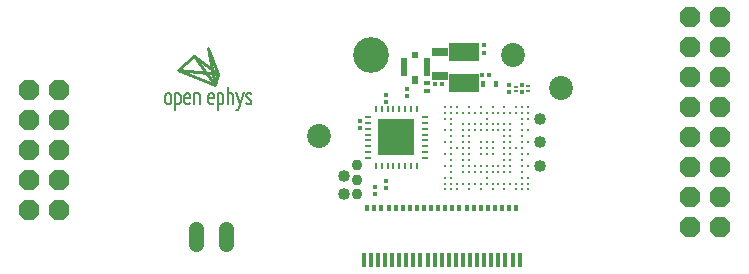
<source format=gts>
G75*
%MOIN*%
%OFA0B0*%
%FSLAX25Y25*%
%IPPOS*%
%LPD*%
%AMOC8*
5,1,8,0,0,1.08239X$1,22.5*
%
%ADD10C,0.07953*%
%ADD11C,0.04016*%
%ADD12R,0.01654X0.01260*%
%ADD13R,0.01260X0.01654*%
%ADD14R,0.01654X0.02441*%
%ADD15R,0.09921X0.05984*%
%ADD16R,0.12283X0.12283*%
%ADD17R,0.01063X0.02441*%
%ADD18R,0.02441X0.01063*%
%ADD19R,0.05197X0.02835*%
%ADD20R,0.02047X0.02835*%
%ADD21R,0.02441X0.05984*%
%ADD22R,0.02047X0.02441*%
%ADD23R,0.02441X0.01457*%
%ADD24C,0.01063*%
%ADD25R,0.01457X0.00866*%
%ADD26R,0.01260X0.05000*%
%ADD27R,0.01260X0.02441*%
%ADD28OC8,0.06679*%
%ADD29C,0.03622*%
%ADD30C,0.05119*%
%ADD31C,0.01083*%
%ADD32C,0.00709*%
%ADD33C,0.11890*%
D10*
X0137398Y0091728D03*
X0201965Y0118894D03*
X0218106Y0107870D03*
D11*
X0211020Y0097634D03*
X0211020Y0089760D03*
X0211020Y0081886D03*
X0145665Y0078343D03*
X0145665Y0072437D03*
D12*
X0156256Y0072476D03*
X0159878Y0074445D03*
X0156256Y0074839D03*
X0159878Y0076807D03*
X0151177Y0094484D03*
X0151177Y0096846D03*
X0159839Y0103146D03*
X0166886Y0105193D03*
X0159839Y0105508D03*
X0166886Y0107555D03*
X0192319Y0119642D03*
X0192319Y0122004D03*
X0200744Y0108972D03*
X0200744Y0106610D03*
X0205075Y0106610D03*
X0205075Y0108972D03*
D13*
X0194130Y0112161D03*
X0191768Y0112161D03*
X0178303Y0109248D03*
X0175941Y0109248D03*
D14*
X0192187Y0109091D03*
X0196387Y0109091D03*
D15*
X0185823Y0109445D03*
X0185823Y0119681D03*
D16*
X0163224Y0091335D03*
D17*
X0162240Y0100783D03*
X0160272Y0100783D03*
X0158303Y0100783D03*
X0156335Y0100783D03*
X0164209Y0100783D03*
X0166177Y0100783D03*
X0168146Y0100783D03*
X0170114Y0100783D03*
X0170114Y0081886D03*
X0168146Y0081886D03*
X0166177Y0081886D03*
X0164209Y0081886D03*
X0162240Y0081886D03*
X0160272Y0081886D03*
X0158303Y0081886D03*
X0156335Y0081886D03*
D18*
X0153776Y0084445D03*
X0153776Y0086413D03*
X0153776Y0088382D03*
X0153776Y0090350D03*
X0153776Y0092319D03*
X0153776Y0094287D03*
X0153776Y0096256D03*
X0153776Y0098224D03*
X0172673Y0098224D03*
X0172673Y0096256D03*
X0172673Y0094287D03*
X0172673Y0092319D03*
X0172673Y0090350D03*
X0172673Y0088382D03*
X0172673Y0086413D03*
X0172673Y0084445D03*
D19*
X0177791Y0111846D03*
X0177791Y0119720D03*
D20*
X0169563Y0110508D03*
D21*
X0173500Y0114839D03*
X0165626Y0114839D03*
D22*
X0169563Y0118776D03*
D23*
X0173461Y0109543D03*
X0173461Y0106984D03*
D24*
X0179524Y0101571D03*
X0181492Y0101571D03*
X0183461Y0101571D03*
X0183461Y0099602D03*
X0185429Y0099602D03*
X0187398Y0099602D03*
X0189366Y0099602D03*
X0191335Y0099602D03*
X0193303Y0099602D03*
X0193303Y0097634D03*
X0193303Y0095665D03*
X0191335Y0095665D03*
X0189366Y0095665D03*
X0187398Y0095665D03*
X0185429Y0095665D03*
X0181492Y0095665D03*
X0181492Y0097634D03*
X0181492Y0099602D03*
X0179524Y0099602D03*
X0179524Y0097634D03*
X0187398Y0101571D03*
X0191335Y0101571D03*
X0195272Y0101571D03*
X0195272Y0099602D03*
X0197240Y0099602D03*
X0199209Y0099602D03*
X0201177Y0099602D03*
X0203146Y0099602D03*
X0205114Y0099602D03*
X0205114Y0097634D03*
X0205114Y0095665D03*
X0207083Y0097634D03*
X0207083Y0099602D03*
X0207083Y0101571D03*
X0205114Y0101571D03*
X0203146Y0101571D03*
X0199209Y0101571D03*
X0199209Y0095665D03*
X0201177Y0095665D03*
X0197240Y0095665D03*
X0195272Y0095665D03*
X0195272Y0093697D03*
X0197240Y0093697D03*
X0199209Y0093697D03*
X0201177Y0093697D03*
X0201177Y0091728D03*
X0201177Y0089760D03*
X0199209Y0089760D03*
X0199209Y0091728D03*
X0195272Y0089760D03*
X0195272Y0087791D03*
X0195272Y0085823D03*
X0193303Y0085823D03*
X0193303Y0087791D03*
X0191335Y0087791D03*
X0191335Y0085823D03*
X0187398Y0085823D03*
X0187398Y0087791D03*
X0187398Y0089760D03*
X0187398Y0091728D03*
X0187398Y0093697D03*
X0189366Y0093697D03*
X0191335Y0093697D03*
X0193303Y0093697D03*
X0193303Y0089760D03*
X0191335Y0089760D03*
X0185429Y0089760D03*
X0185429Y0091728D03*
X0185429Y0093697D03*
X0181492Y0093697D03*
X0179524Y0093697D03*
X0181492Y0091728D03*
X0181492Y0089760D03*
X0179524Y0089760D03*
X0181492Y0087791D03*
X0181492Y0085823D03*
X0179524Y0085823D03*
X0181492Y0083854D03*
X0181492Y0081886D03*
X0179524Y0081886D03*
X0181492Y0079917D03*
X0181492Y0077949D03*
X0179524Y0077949D03*
X0179524Y0075980D03*
X0181492Y0075980D03*
X0181492Y0074012D03*
X0179524Y0074012D03*
X0183461Y0074012D03*
X0183461Y0075980D03*
X0185429Y0075980D03*
X0187398Y0075980D03*
X0189366Y0075980D03*
X0191335Y0075980D03*
X0193303Y0075980D03*
X0195272Y0075980D03*
X0197240Y0075980D03*
X0199209Y0075980D03*
X0201177Y0075980D03*
X0203146Y0075980D03*
X0205114Y0075980D03*
X0205114Y0074012D03*
X0203146Y0074012D03*
X0207083Y0074012D03*
X0207083Y0075980D03*
X0207083Y0077949D03*
X0205114Y0077949D03*
X0205114Y0079917D03*
X0205114Y0081886D03*
X0205114Y0083854D03*
X0205114Y0085823D03*
X0205114Y0087791D03*
X0203146Y0087791D03*
X0201177Y0087791D03*
X0201177Y0085823D03*
X0199209Y0085823D03*
X0199209Y0087791D03*
X0205114Y0089760D03*
X0205114Y0091728D03*
X0205114Y0093697D03*
X0207083Y0093697D03*
X0207083Y0089760D03*
X0207083Y0085823D03*
X0207083Y0081886D03*
X0201177Y0081886D03*
X0201177Y0083854D03*
X0199209Y0083854D03*
X0199209Y0081886D03*
X0199209Y0079917D03*
X0201177Y0079917D03*
X0197240Y0079917D03*
X0195272Y0079917D03*
X0195272Y0081886D03*
X0197240Y0081886D03*
X0193303Y0081886D03*
X0191335Y0081886D03*
X0191335Y0079917D03*
X0193303Y0079917D03*
X0193303Y0077949D03*
X0189366Y0079917D03*
X0187398Y0079917D03*
X0187398Y0081886D03*
X0189366Y0081886D03*
X0187398Y0083854D03*
X0185429Y0083854D03*
X0185429Y0081886D03*
X0185429Y0079917D03*
X0185429Y0085823D03*
X0185429Y0087791D03*
X0183461Y0087791D03*
X0187398Y0074012D03*
X0191335Y0074012D03*
X0195272Y0074012D03*
X0199209Y0074012D03*
D25*
X0203146Y0106689D03*
X0203146Y0108264D03*
X0207122Y0108343D03*
X0207122Y0106768D03*
D26*
X0204327Y0050500D03*
X0201965Y0050500D03*
X0199602Y0050500D03*
X0197240Y0050500D03*
X0194878Y0050500D03*
X0192516Y0050500D03*
X0190154Y0050500D03*
X0187791Y0050500D03*
X0185429Y0050500D03*
X0183067Y0050500D03*
X0180705Y0050500D03*
X0178343Y0050500D03*
X0175980Y0050500D03*
X0173618Y0050500D03*
X0171256Y0050500D03*
X0168894Y0050500D03*
X0166531Y0050500D03*
X0164169Y0050500D03*
X0161807Y0050500D03*
X0159445Y0050500D03*
X0157083Y0050500D03*
X0154720Y0050500D03*
X0152358Y0050500D03*
D27*
X0153539Y0067823D03*
X0155902Y0067823D03*
X0158264Y0067823D03*
X0160626Y0067823D03*
X0162988Y0067823D03*
X0165350Y0067823D03*
X0167713Y0067823D03*
X0170075Y0067823D03*
X0172437Y0067823D03*
X0174799Y0067823D03*
X0177161Y0067823D03*
X0179524Y0067823D03*
X0181886Y0067823D03*
X0184248Y0067823D03*
X0186610Y0067823D03*
X0188972Y0067823D03*
X0191335Y0067823D03*
X0193697Y0067823D03*
X0196059Y0067823D03*
X0198421Y0067823D03*
X0200783Y0067823D03*
X0203146Y0067823D03*
D28*
X0261138Y0071453D03*
X0271138Y0071453D03*
X0271138Y0081453D03*
X0261138Y0081453D03*
X0261138Y0091453D03*
X0271138Y0091453D03*
X0271138Y0101453D03*
X0261138Y0101453D03*
X0261138Y0111453D03*
X0271138Y0111453D03*
X0271138Y0121453D03*
X0261138Y0121453D03*
X0261138Y0131453D03*
X0271138Y0131453D03*
X0271138Y0061453D03*
X0261138Y0061453D03*
X0050665Y0067004D03*
X0040665Y0067004D03*
X0040665Y0077004D03*
X0050665Y0077004D03*
X0050665Y0087004D03*
X0040665Y0087004D03*
X0040665Y0097004D03*
X0050665Y0097004D03*
X0050665Y0107004D03*
X0040665Y0107004D03*
D29*
X0150114Y0082240D03*
X0150035Y0077240D03*
X0150035Y0072398D03*
D30*
X0096295Y0060784D02*
X0096295Y0055744D01*
X0106295Y0055744D02*
X0106295Y0060784D01*
D31*
X0102752Y0108657D02*
X0095665Y0118500D01*
X0090547Y0113776D01*
X0103933Y0112594D01*
X0095665Y0118500D01*
X0100390Y0121256D02*
X0103933Y0112594D01*
X0102752Y0108657D01*
X0100390Y0121256D01*
X0090547Y0113776D02*
X0102752Y0108657D01*
D32*
X0103697Y0106059D02*
X0104878Y0106059D01*
X0104929Y0106057D01*
X0104979Y0106052D01*
X0105029Y0106043D01*
X0105078Y0106030D01*
X0105126Y0106014D01*
X0105173Y0105995D01*
X0105218Y0105972D01*
X0105261Y0105946D01*
X0105303Y0105918D01*
X0105342Y0105886D01*
X0105379Y0105851D01*
X0105414Y0105814D01*
X0105446Y0105775D01*
X0105474Y0105733D01*
X0105500Y0105690D01*
X0105523Y0105645D01*
X0105542Y0105598D01*
X0105558Y0105550D01*
X0105571Y0105501D01*
X0105580Y0105451D01*
X0105585Y0105401D01*
X0105587Y0105350D01*
X0105587Y0103303D01*
X0105585Y0103252D01*
X0105580Y0103202D01*
X0105571Y0103152D01*
X0105558Y0103103D01*
X0105542Y0103055D01*
X0105523Y0103008D01*
X0105500Y0102963D01*
X0105474Y0102920D01*
X0105446Y0102878D01*
X0105414Y0102839D01*
X0105379Y0102802D01*
X0105342Y0102767D01*
X0105303Y0102735D01*
X0105261Y0102707D01*
X0105218Y0102681D01*
X0105173Y0102658D01*
X0105126Y0102639D01*
X0105078Y0102623D01*
X0105029Y0102610D01*
X0104979Y0102601D01*
X0104929Y0102596D01*
X0104878Y0102594D01*
X0103697Y0102594D01*
X0103697Y0106059D01*
X0102437Y0105272D02*
X0102437Y0104327D01*
X0100783Y0104327D01*
X0100547Y0105350D02*
X0100547Y0103303D01*
X0100549Y0103252D01*
X0100554Y0103202D01*
X0100563Y0103152D01*
X0100576Y0103103D01*
X0100592Y0103055D01*
X0100611Y0103008D01*
X0100634Y0102963D01*
X0100660Y0102920D01*
X0100688Y0102878D01*
X0100720Y0102839D01*
X0100755Y0102802D01*
X0100792Y0102767D01*
X0100831Y0102735D01*
X0100873Y0102707D01*
X0100916Y0102681D01*
X0100961Y0102658D01*
X0101008Y0102639D01*
X0101056Y0102623D01*
X0101105Y0102610D01*
X0101155Y0102601D01*
X0101205Y0102596D01*
X0101256Y0102594D01*
X0101965Y0102594D01*
X0101996Y0102596D01*
X0102026Y0102601D01*
X0102056Y0102609D01*
X0102085Y0102621D01*
X0102112Y0102636D01*
X0102137Y0102654D01*
X0102160Y0102675D01*
X0102181Y0102698D01*
X0102199Y0102723D01*
X0102214Y0102750D01*
X0102226Y0102779D01*
X0102234Y0102809D01*
X0102239Y0102839D01*
X0102241Y0102870D01*
X0103697Y0102555D02*
X0103697Y0100508D01*
X0107004Y0102634D02*
X0107004Y0108224D01*
X0107280Y0106059D02*
X0108185Y0106059D01*
X0108236Y0106057D01*
X0108286Y0106052D01*
X0108336Y0106043D01*
X0108385Y0106030D01*
X0108433Y0106014D01*
X0108480Y0105995D01*
X0108525Y0105972D01*
X0108568Y0105946D01*
X0108610Y0105918D01*
X0108649Y0105886D01*
X0108686Y0105851D01*
X0108721Y0105814D01*
X0108753Y0105775D01*
X0108781Y0105733D01*
X0108807Y0105690D01*
X0108830Y0105645D01*
X0108849Y0105598D01*
X0108865Y0105550D01*
X0108878Y0105501D01*
X0108887Y0105451D01*
X0108892Y0105401D01*
X0108894Y0105350D01*
X0108933Y0102594D01*
X0111098Y0102634D02*
X0109799Y0106413D01*
X0112319Y0106413D02*
X0110665Y0101098D01*
X0110626Y0101020D02*
X0110350Y0100626D01*
X0109996Y0100547D01*
X0109799Y0100547D01*
X0113224Y0102791D02*
X0113224Y0102870D01*
X0113224Y0102791D02*
X0113303Y0102673D01*
X0113500Y0102555D01*
X0113657Y0102476D01*
X0113697Y0102476D02*
X0114169Y0102476D01*
X0114220Y0102478D01*
X0114270Y0102483D01*
X0114320Y0102492D01*
X0114369Y0102505D01*
X0114417Y0102521D01*
X0114464Y0102540D01*
X0114509Y0102563D01*
X0114552Y0102589D01*
X0114594Y0102617D01*
X0114633Y0102649D01*
X0114670Y0102684D01*
X0114705Y0102721D01*
X0114737Y0102760D01*
X0114765Y0102802D01*
X0114791Y0102845D01*
X0114814Y0102890D01*
X0114833Y0102937D01*
X0114849Y0102985D01*
X0114862Y0103034D01*
X0114871Y0103084D01*
X0114876Y0103134D01*
X0114878Y0103185D01*
X0114878Y0103224D02*
X0114878Y0103421D01*
X0114839Y0103618D01*
X0114484Y0103972D01*
X0113854Y0104445D01*
X0113972Y0104366D02*
X0113343Y0104839D01*
X0113185Y0105075D01*
X0113146Y0105272D01*
X0113146Y0105469D01*
X0113145Y0105508D02*
X0113147Y0105559D01*
X0113152Y0105609D01*
X0113161Y0105659D01*
X0113174Y0105708D01*
X0113190Y0105756D01*
X0113209Y0105803D01*
X0113232Y0105848D01*
X0113258Y0105891D01*
X0113286Y0105933D01*
X0113318Y0105972D01*
X0113353Y0106009D01*
X0113390Y0106044D01*
X0113429Y0106076D01*
X0113471Y0106104D01*
X0113514Y0106130D01*
X0113559Y0106153D01*
X0113606Y0106172D01*
X0113654Y0106188D01*
X0113703Y0106201D01*
X0113753Y0106210D01*
X0113803Y0106215D01*
X0113854Y0106217D01*
X0114327Y0106217D01*
X0114366Y0106217D02*
X0114524Y0106138D01*
X0114720Y0106020D01*
X0114799Y0105902D01*
X0114799Y0105823D01*
X0101728Y0106059D02*
X0101256Y0106059D01*
X0101205Y0106057D01*
X0101155Y0106052D01*
X0101105Y0106043D01*
X0101056Y0106030D01*
X0101008Y0106014D01*
X0100961Y0105995D01*
X0100916Y0105972D01*
X0100873Y0105946D01*
X0100831Y0105918D01*
X0100792Y0105886D01*
X0100755Y0105851D01*
X0100720Y0105814D01*
X0100688Y0105775D01*
X0100660Y0105733D01*
X0100634Y0105690D01*
X0100611Y0105645D01*
X0100592Y0105598D01*
X0100576Y0105550D01*
X0100563Y0105501D01*
X0100554Y0105451D01*
X0100549Y0105401D01*
X0100547Y0105350D01*
X0101728Y0106059D02*
X0101779Y0106057D01*
X0101829Y0106052D01*
X0101879Y0106043D01*
X0101928Y0106030D01*
X0101976Y0106014D01*
X0102023Y0105995D01*
X0102068Y0105972D01*
X0102111Y0105946D01*
X0102153Y0105918D01*
X0102192Y0105886D01*
X0102229Y0105851D01*
X0102264Y0105814D01*
X0102296Y0105775D01*
X0102324Y0105733D01*
X0102350Y0105690D01*
X0102373Y0105645D01*
X0102392Y0105598D01*
X0102408Y0105550D01*
X0102421Y0105501D01*
X0102430Y0105451D01*
X0102435Y0105401D01*
X0102437Y0105350D01*
X0097713Y0105350D02*
X0097713Y0102594D01*
X0095823Y0102594D02*
X0095823Y0106059D01*
X0097004Y0106059D01*
X0097055Y0106057D01*
X0097105Y0106052D01*
X0097155Y0106043D01*
X0097204Y0106030D01*
X0097252Y0106014D01*
X0097299Y0105995D01*
X0097344Y0105972D01*
X0097387Y0105946D01*
X0097429Y0105918D01*
X0097468Y0105886D01*
X0097505Y0105851D01*
X0097540Y0105814D01*
X0097572Y0105775D01*
X0097600Y0105733D01*
X0097626Y0105690D01*
X0097649Y0105645D01*
X0097668Y0105598D01*
X0097684Y0105550D01*
X0097697Y0105501D01*
X0097706Y0105451D01*
X0097711Y0105401D01*
X0097713Y0105350D01*
X0094484Y0105272D02*
X0094484Y0104327D01*
X0092831Y0104327D01*
X0092594Y0105350D02*
X0092594Y0103303D01*
X0092596Y0103252D01*
X0092601Y0103202D01*
X0092610Y0103152D01*
X0092623Y0103103D01*
X0092639Y0103055D01*
X0092658Y0103008D01*
X0092681Y0102963D01*
X0092707Y0102920D01*
X0092735Y0102878D01*
X0092767Y0102839D01*
X0092802Y0102802D01*
X0092839Y0102767D01*
X0092878Y0102735D01*
X0092920Y0102707D01*
X0092963Y0102681D01*
X0093008Y0102658D01*
X0093055Y0102639D01*
X0093103Y0102623D01*
X0093152Y0102610D01*
X0093202Y0102601D01*
X0093252Y0102596D01*
X0093303Y0102594D01*
X0094012Y0102594D01*
X0094043Y0102596D01*
X0094073Y0102601D01*
X0094103Y0102609D01*
X0094132Y0102621D01*
X0094159Y0102636D01*
X0094184Y0102654D01*
X0094207Y0102675D01*
X0094228Y0102698D01*
X0094246Y0102723D01*
X0094261Y0102750D01*
X0094273Y0102779D01*
X0094281Y0102809D01*
X0094286Y0102839D01*
X0094288Y0102870D01*
X0091295Y0103303D02*
X0091295Y0105350D01*
X0091296Y0105350D02*
X0091294Y0105401D01*
X0091289Y0105451D01*
X0091280Y0105501D01*
X0091267Y0105550D01*
X0091251Y0105598D01*
X0091232Y0105645D01*
X0091209Y0105690D01*
X0091183Y0105733D01*
X0091155Y0105775D01*
X0091123Y0105814D01*
X0091088Y0105851D01*
X0091051Y0105886D01*
X0091012Y0105918D01*
X0090970Y0105946D01*
X0090927Y0105972D01*
X0090882Y0105995D01*
X0090835Y0106014D01*
X0090787Y0106030D01*
X0090738Y0106043D01*
X0090688Y0106052D01*
X0090638Y0106057D01*
X0090587Y0106059D01*
X0089406Y0106059D01*
X0089406Y0102594D01*
X0090587Y0102594D01*
X0090638Y0102596D01*
X0090688Y0102601D01*
X0090738Y0102610D01*
X0090787Y0102623D01*
X0090835Y0102639D01*
X0090882Y0102658D01*
X0090927Y0102681D01*
X0090970Y0102707D01*
X0091012Y0102735D01*
X0091051Y0102767D01*
X0091088Y0102802D01*
X0091123Y0102839D01*
X0091155Y0102878D01*
X0091183Y0102920D01*
X0091209Y0102963D01*
X0091232Y0103008D01*
X0091251Y0103055D01*
X0091267Y0103103D01*
X0091280Y0103152D01*
X0091289Y0103202D01*
X0091294Y0103252D01*
X0091296Y0103303D01*
X0089406Y0102555D02*
X0089406Y0100508D01*
X0087398Y0102594D02*
X0086925Y0102594D01*
X0086874Y0102596D01*
X0086824Y0102601D01*
X0086774Y0102610D01*
X0086725Y0102623D01*
X0086677Y0102639D01*
X0086630Y0102658D01*
X0086585Y0102681D01*
X0086542Y0102707D01*
X0086500Y0102735D01*
X0086461Y0102767D01*
X0086424Y0102802D01*
X0086389Y0102839D01*
X0086357Y0102878D01*
X0086329Y0102920D01*
X0086303Y0102963D01*
X0086280Y0103008D01*
X0086261Y0103055D01*
X0086245Y0103103D01*
X0086232Y0103152D01*
X0086223Y0103202D01*
X0086218Y0103252D01*
X0086216Y0103303D01*
X0086217Y0103303D02*
X0086217Y0105350D01*
X0086216Y0105350D02*
X0086218Y0105401D01*
X0086223Y0105451D01*
X0086232Y0105501D01*
X0086245Y0105550D01*
X0086261Y0105598D01*
X0086280Y0105645D01*
X0086303Y0105690D01*
X0086329Y0105733D01*
X0086357Y0105775D01*
X0086389Y0105814D01*
X0086424Y0105851D01*
X0086461Y0105886D01*
X0086500Y0105918D01*
X0086542Y0105946D01*
X0086585Y0105972D01*
X0086630Y0105995D01*
X0086677Y0106014D01*
X0086725Y0106030D01*
X0086774Y0106043D01*
X0086824Y0106052D01*
X0086874Y0106057D01*
X0086925Y0106059D01*
X0087398Y0106059D01*
X0087449Y0106057D01*
X0087499Y0106052D01*
X0087549Y0106043D01*
X0087598Y0106030D01*
X0087646Y0106014D01*
X0087693Y0105995D01*
X0087738Y0105972D01*
X0087781Y0105946D01*
X0087823Y0105918D01*
X0087862Y0105886D01*
X0087899Y0105851D01*
X0087934Y0105814D01*
X0087966Y0105775D01*
X0087994Y0105733D01*
X0088020Y0105690D01*
X0088043Y0105645D01*
X0088062Y0105598D01*
X0088078Y0105550D01*
X0088091Y0105501D01*
X0088100Y0105451D01*
X0088105Y0105401D01*
X0088107Y0105350D01*
X0088106Y0105350D02*
X0088106Y0103303D01*
X0088107Y0103303D02*
X0088105Y0103252D01*
X0088100Y0103202D01*
X0088091Y0103152D01*
X0088078Y0103103D01*
X0088062Y0103055D01*
X0088043Y0103008D01*
X0088020Y0102963D01*
X0087994Y0102920D01*
X0087966Y0102878D01*
X0087934Y0102839D01*
X0087899Y0102802D01*
X0087862Y0102767D01*
X0087823Y0102735D01*
X0087781Y0102707D01*
X0087738Y0102681D01*
X0087693Y0102658D01*
X0087646Y0102639D01*
X0087598Y0102623D01*
X0087549Y0102610D01*
X0087499Y0102601D01*
X0087449Y0102596D01*
X0087398Y0102594D01*
X0092594Y0105350D02*
X0092596Y0105401D01*
X0092601Y0105451D01*
X0092610Y0105501D01*
X0092623Y0105550D01*
X0092639Y0105598D01*
X0092658Y0105645D01*
X0092681Y0105690D01*
X0092707Y0105733D01*
X0092735Y0105775D01*
X0092767Y0105814D01*
X0092802Y0105851D01*
X0092839Y0105886D01*
X0092878Y0105918D01*
X0092920Y0105946D01*
X0092963Y0105972D01*
X0093008Y0105995D01*
X0093055Y0106014D01*
X0093103Y0106030D01*
X0093152Y0106043D01*
X0093202Y0106052D01*
X0093252Y0106057D01*
X0093303Y0106059D01*
X0093776Y0106059D01*
X0093827Y0106057D01*
X0093877Y0106052D01*
X0093927Y0106043D01*
X0093976Y0106030D01*
X0094024Y0106014D01*
X0094071Y0105995D01*
X0094116Y0105972D01*
X0094159Y0105946D01*
X0094201Y0105918D01*
X0094240Y0105886D01*
X0094277Y0105851D01*
X0094312Y0105814D01*
X0094344Y0105775D01*
X0094372Y0105733D01*
X0094398Y0105690D01*
X0094421Y0105645D01*
X0094440Y0105598D01*
X0094456Y0105550D01*
X0094469Y0105501D01*
X0094478Y0105451D01*
X0094483Y0105401D01*
X0094485Y0105350D01*
D33*
X0154720Y0118894D03*
M02*

</source>
